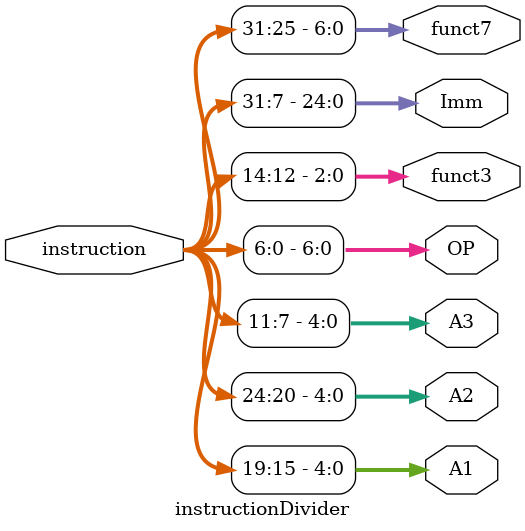
<source format=v>
`timescale 1ns/1ns
module instructionDivider (
    input [31:0] instruction,
    output reg [4:0] A1,A2,A3,
    output reg [6:0] OP,
    output reg [2:0] funct3,
    output reg [24:0] Imm,
    output reg [6:0] funct7
);
    always @(*) begin
        A1 <= instruction[19:15];
        A2 <= instruction[24:20];
        A3 <= instruction[11:7];
        OP <= instruction[6:0];
        funct3 <= instruction[14:12];
        Imm <= instruction[31:7];
        funct7 <= instruction[31:25];
    end
endmodule
</source>
